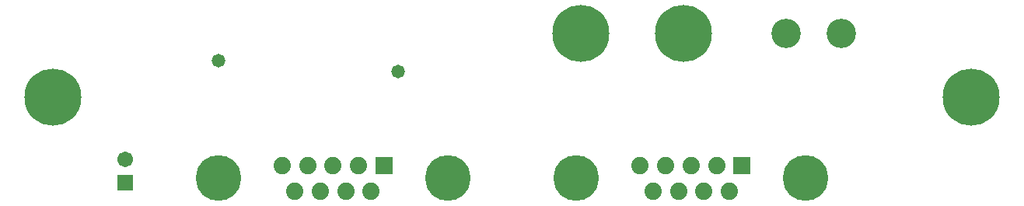
<source format=gbs>
%FSLAX44Y44*%
%MOMM*%
G71*
G01*
G75*
G04 Layer_Color=16711935*
%ADD10O,2.2000X0.6000*%
%ADD11R,0.9000X1.3000*%
%ADD12R,1.4000X0.6000*%
%ADD13R,1.3000X0.9000*%
%ADD14R,1.2500X1.5000*%
%ADD15R,0.6000X1.5000*%
%ADD16C,0.2540*%
%ADD17R,1.5000X1.5000*%
%ADD18C,1.5000*%
%ADD19C,4.7600*%
%ADD20R,1.6900X1.6900*%
%ADD21C,1.6900*%
%ADD22C,6.0000*%
%ADD23C,6.0000*%
%ADD24C,3.0000*%
%ADD25C,1.2700*%
%ADD26C,0.2500*%
%ADD27C,0.6000*%
%ADD28C,0.2000*%
%ADD29C,0.2540*%
%ADD30C,0.2032*%
%ADD31C,0.1500*%
%ADD32C,0.1016*%
%ADD33O,2.4032X0.8032*%
%ADD34R,1.1032X1.5032*%
%ADD35R,1.5032X1.1032*%
%ADD36R,1.4532X1.7032*%
%ADD37R,0.8032X1.7032*%
%ADD38R,1.7032X1.7032*%
%ADD39C,1.7032*%
%ADD40C,4.9632*%
%ADD41R,1.8932X1.8932*%
%ADD42C,1.8932*%
%ADD43C,6.2032*%
%ADD44C,6.2032*%
%ADD45C,3.2032*%
%ADD46C,1.4732*%
D38*
X179070Y90170D02*
D03*
D39*
Y115570D02*
D03*
D40*
X670070Y95000D02*
D03*
X919970D02*
D03*
X280180D02*
D03*
X530080D02*
D03*
D41*
X850420Y109200D02*
D03*
X460530D02*
D03*
D42*
X836570Y80800D02*
D03*
X822720Y109200D02*
D03*
X808870Y80800D02*
D03*
X795020Y109200D02*
D03*
X781170Y80800D02*
D03*
X767320Y109200D02*
D03*
X753470Y80800D02*
D03*
X739620Y109200D02*
D03*
X446680Y80800D02*
D03*
X432830Y109200D02*
D03*
X418980Y80800D02*
D03*
X405130Y109200D02*
D03*
X391280Y80800D02*
D03*
X377430Y109200D02*
D03*
X363580Y80800D02*
D03*
X349730Y109200D02*
D03*
D43*
X1099999Y182999D02*
D03*
X99999D02*
D03*
D44*
X675000Y253000D02*
D03*
X786892D02*
D03*
D45*
X898774D02*
D03*
X958850D02*
D03*
D46*
X475500Y211250D02*
D03*
X280750Y223000D02*
D03*
M02*

</source>
